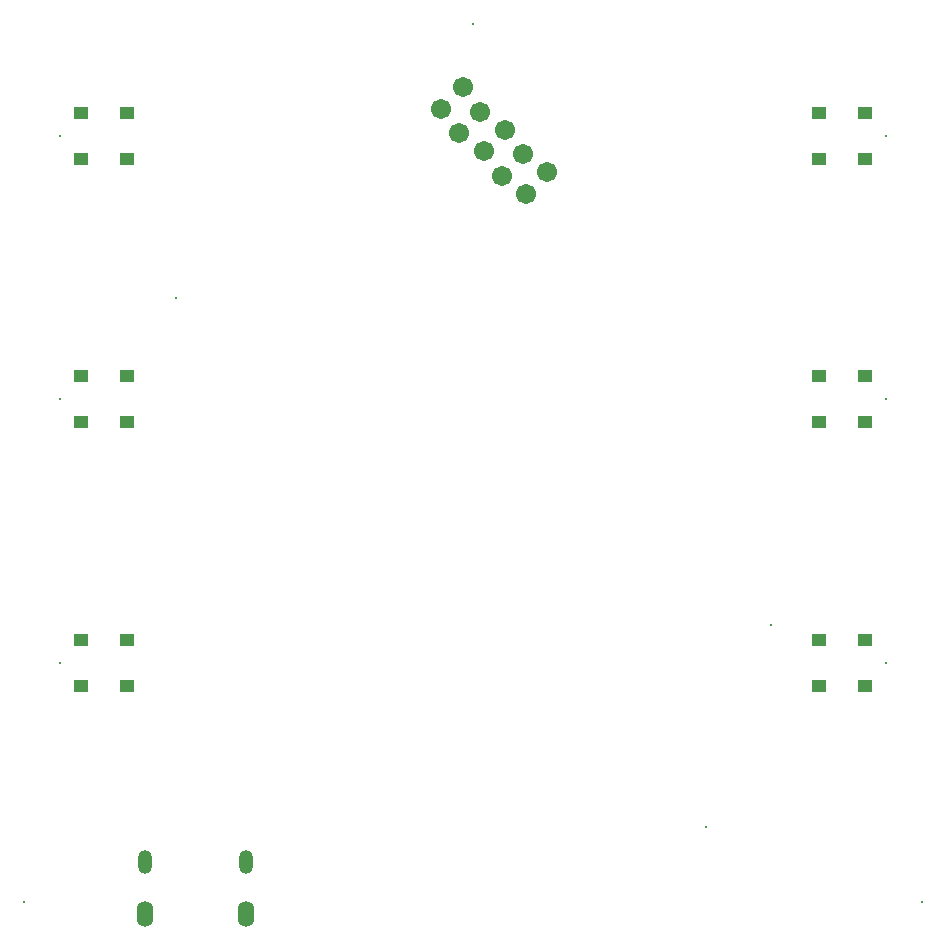
<source format=gbs>
G04*
G04 #@! TF.GenerationSoftware,Altium Limited,Altium Designer,22.2.1 (43)*
G04*
G04 Layer_Color=16711935*
%FSLAX44Y44*%
%MOMM*%
G71*
G04*
G04 #@! TF.SameCoordinates,B871D9CF-1150-4038-8CC5-882BAF5B3A6C*
G04*
G04*
G04 #@! TF.FilePolarity,Negative*
G04*
G01*
G75*
%ADD100C,0.2960*%
%ADD101C,0.2032*%
%ADD102C,1.7032*%
%ADD103O,1.4000X2.2000*%
%ADD104O,1.2000X2.0000*%
%ADD105C,0.1000*%
%ADD147R,1.2000X1.0000*%
D100*
X0Y360000D02*
D03*
X-380000Y-383000D02*
D03*
X380000D02*
D03*
D101*
X350000Y265500D02*
D03*
X-350000Y-180500D02*
D03*
X350000D02*
D03*
Y42500D02*
D03*
X-350000Y265500D02*
D03*
X197297Y-319550D02*
D03*
X251897Y-148745D02*
D03*
X-251897Y128745D02*
D03*
X-350000Y42500D02*
D03*
D102*
X44921Y216829D02*
D03*
X62882Y234790D02*
D03*
X42093Y249922D02*
D03*
X26960Y270711D02*
D03*
X24132Y231961D02*
D03*
X-8960Y306632D02*
D03*
X-26921Y288671D02*
D03*
X6172Y285843D02*
D03*
X9000Y252750D02*
D03*
X-11789Y267882D02*
D03*
D103*
X-192000Y-393500D02*
D03*
X-278000D02*
D03*
D104*
X-192000Y-349199D02*
D03*
X-278000D02*
D03*
D105*
X-263900Y-354200D02*
D03*
X-206100D02*
D03*
D147*
X-293250Y246000D02*
D03*
X-331750D02*
D03*
X-293250Y285000D02*
D03*
X-331750D02*
D03*
X-293250Y23000D02*
D03*
X-331750D02*
D03*
X-293250Y62000D02*
D03*
X-331750D02*
D03*
X-293250Y-200000D02*
D03*
X-331750D02*
D03*
X-293250Y-161000D02*
D03*
X-331750D02*
D03*
X293250D02*
D03*
X331750D02*
D03*
X293250Y-200000D02*
D03*
X331750D02*
D03*
X293250Y62000D02*
D03*
X331750D02*
D03*
X293250Y23000D02*
D03*
X331750D02*
D03*
X293250Y285000D02*
D03*
X331750D02*
D03*
X293250Y246000D02*
D03*
X331750D02*
D03*
M02*

</source>
